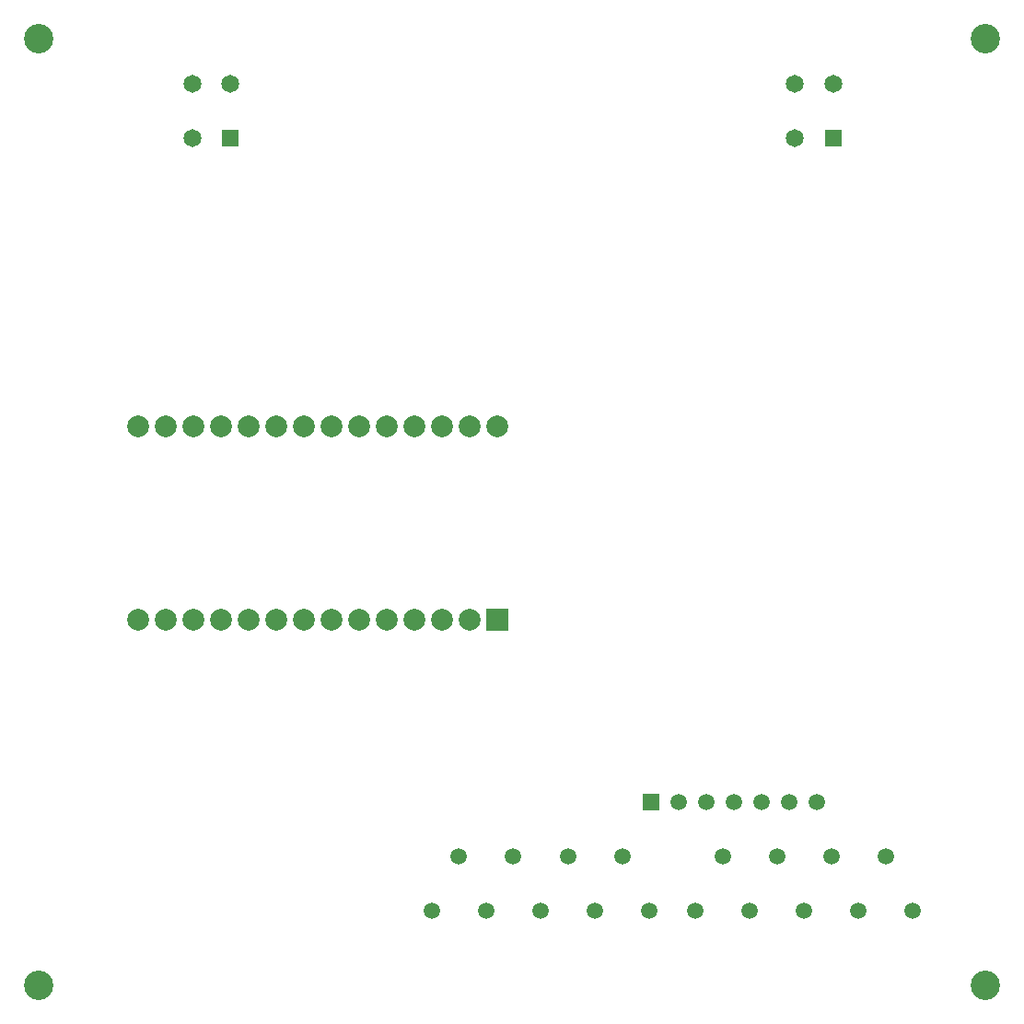
<source format=gbr>
%TF.GenerationSoftware,KiCad,Pcbnew,(6.0.11)*%
%TF.CreationDate,2023-10-13T14:44:19+02:00*%
%TF.ProjectId,walter-feels,77616c74-6572-42d6-9665-656c732e6b69,2.1*%
%TF.SameCoordinates,Original*%
%TF.FileFunction,Soldermask,Bot*%
%TF.FilePolarity,Negative*%
%FSLAX46Y46*%
G04 Gerber Fmt 4.6, Leading zero omitted, Abs format (unit mm)*
G04 Created by KiCad (PCBNEW (6.0.11)) date 2023-10-13 14:44:19*
%MOMM*%
%LPD*%
G01*
G04 APERTURE LIST*
%ADD10C,1.650000*%
%ADD11R,1.650000X1.650000*%
%ADD12R,1.500000X1.500000*%
%ADD13C,1.500000*%
%ADD14C,2.000000*%
%ADD15R,2.000000X2.000000*%
%ADD16C,2.700000*%
G04 APERTURE END LIST*
D10*
%TO.C,J3*%
X163014600Y-67146800D03*
D11*
X163014600Y-72146800D03*
D10*
X159514600Y-67146800D03*
X159514600Y-72146800D03*
%TD*%
D12*
%TO.C,U10*%
X146282200Y-133213800D03*
D13*
X148822200Y-133213800D03*
X151362200Y-133213800D03*
X153902200Y-133213800D03*
X156442200Y-133213800D03*
X158982200Y-133213800D03*
X161522200Y-133213800D03*
%TD*%
%TO.C,J5*%
X126106600Y-143179800D03*
X128606600Y-138179800D03*
X131106600Y-143179800D03*
X133606600Y-138179800D03*
X136106600Y-143179800D03*
X138606600Y-138179800D03*
X141106600Y-143179800D03*
X143606600Y-138179800D03*
X146106600Y-143179800D03*
%TD*%
%TO.C,J4*%
X150342600Y-143179800D03*
X152842600Y-138179800D03*
X155342600Y-143179800D03*
X157842600Y-138179800D03*
X160342600Y-143179800D03*
X162842600Y-138179800D03*
X165342600Y-143179800D03*
X167842600Y-138179800D03*
X170342600Y-143179800D03*
%TD*%
D11*
%TO.C,J2*%
X107566400Y-72146800D03*
D10*
X107566400Y-67146800D03*
X104066400Y-72146800D03*
X104066400Y-67146800D03*
%TD*%
D14*
%TO.C,U1*%
X132105600Y-98679000D03*
X129565600Y-98679000D03*
X127025600Y-98679000D03*
X124485600Y-98679000D03*
X121945600Y-98679000D03*
X119405600Y-98679000D03*
X116865600Y-98679000D03*
X114325600Y-98679000D03*
X111785600Y-98679000D03*
X109245600Y-98679000D03*
X106705600Y-98679000D03*
X104165600Y-98679000D03*
X101625600Y-98679000D03*
X99085600Y-98679000D03*
X99085600Y-116459000D03*
X101625600Y-116459000D03*
X104165600Y-116459000D03*
X106705600Y-116459000D03*
X109245600Y-116459000D03*
X111785600Y-116459000D03*
X114325600Y-116459000D03*
X116865600Y-116459000D03*
X119405600Y-116459000D03*
X121945600Y-116459000D03*
X124485600Y-116459000D03*
X127025600Y-116459000D03*
X129565600Y-116459000D03*
D15*
X132105600Y-116459000D03*
%TD*%
D16*
%TO.C,H2*%
X177000000Y-63000000D03*
%TD*%
%TO.C,H1*%
X90000000Y-63000000D03*
%TD*%
%TO.C,H4*%
X90000000Y-150000000D03*
%TD*%
%TO.C,H3*%
X177000000Y-150000000D03*
%TD*%
M02*

</source>
